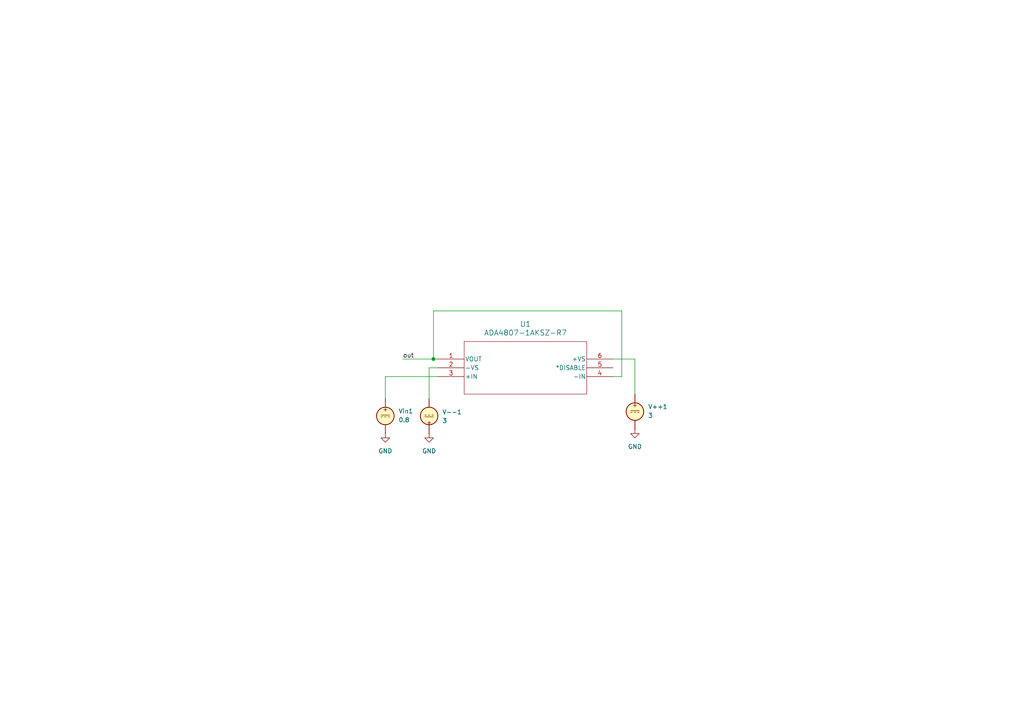
<source format=kicad_sch>
(kicad_sch (version 20231120) (generator "eeschema") (generator_version "8.0")
  (paper "A4")
  (lib_symbols
    (symbol "Opamp:ADA4807-1AKSZ-R7" (pin_names (offset 0.254))
      (property "Reference" "U" (at 25.4 10.16 0))
      (property "Value" "ADA4807-1AKSZ-R7" (at 25.4 7.62 0))
      (symbol "ADA4807-1AKSZ-R7_0_1"
        (polyline (pts (xy 7.62 -10.16) (xy 43.18 -10.16)) (stroke (width 0.127)))
        (polyline (pts (xy 7.62 5.08) (xy 7.62 -10.16)) (stroke (width 0.127)))
        (polyline (pts (xy 43.18 -10.16) (xy 43.18 5.08)) (stroke (width 0.127)))
        (polyline (pts (xy 43.18 5.08) (xy 7.62 5.08)) (stroke (width 0.127)))
        (pin power_in line (at 0 0 0) (length 7.62) (name "VOUT") (number "1"))
        (pin power_in line (at 0 -2.54 0) (length 7.62) (name "-VS") (number "2"))
        (pin input line (at 0 -5.08 0) (length 7.62) (name "+IN") (number "3"))
        (pin input line (at 50.8 -5.08 180) (length 7.62) (name "-IN") (number "4"))
        (pin unspecified line (at 50.8 -2.54 180) (length 7.62) (name "*DISABLE") (number "5"))
        (pin power_in line (at 50.8 0 180) (length 7.62) (name "+VS") (number "6"))
      )
    )
    (symbol "Simulation_SPICE:VDC" (pin_numbers hide) (pin_names (offset 0.0254))
      (property "Reference" "V" (at 2.54 2.54 0))
      (property "Value" "1" (at 2.54 0 0))
      (symbol "VDC_0_0"
        (polyline (pts (xy -1.27 0.254) (xy 1.27 0.254)))
        (polyline (pts (xy -0.762 -0.254) (xy -1.27 -0.254)))
        (polyline (pts (xy 0.254 -0.254) (xy -0.254 -0.254)))
        (polyline (pts (xy 1.27 -0.254) (xy 0.762 -0.254)))
        (text "+" (at 0 1.905 0) (effects (font (size 1.27 1.27))))
      )
      (symbol "VDC_0_1"
        (circle (center 0 0) (radius 2.54) (stroke (width 0.254)) (fill (type background)))
      )
      (symbol "VDC_1_1"
        (pin passive line (at 0 5.08 270) (length 2.54) (name "~") (number "1"))
        (pin passive line (at 0 -5.08 90) (length 2.54) (name "~") (number "2"))
      )
    )
    (symbol "power:GND" (power) (pin_numbers hide) (pin_names (offset 0) hide)
      (property "Value" "GND" (at 0 -3.81 0))
      (symbol "GND_0_1"
        (polyline (pts (xy 0 0) (xy 0 -1.27) (xy 1.27 -1.27) (xy 0 -2.54) (xy -1.27 -1.27) (xy 0 -1.27)))
      )
      (symbol "GND_1_1"
        (pin power_in line (at 0 0 270) (length 0) (name "~") (number "1"))
      )
    )
  )
  (junction (at 125.73 104.14))
  (wire (pts (xy 124.46 115.57) (xy 124.46 106.68)))
  (wire (pts (xy 180.34 109.22) (xy 177.8 109.22)))
  (wire (pts (xy 180.34 90.17) (xy 180.34 109.22)))
  (wire (pts (xy 124.46 106.68) (xy 127 106.68)))
  (wire (pts (xy 125.73 104.14) (xy 125.73 90.17)))
  (wire (pts (xy 184.15 104.14) (xy 184.15 114.3)))
  (wire (pts (xy 116.84 104.14) (xy 125.73 104.14)))
  (wire (pts (xy 111.76 109.22) (xy 127 109.22)))
  (wire (pts (xy 177.8 104.14) (xy 184.15 104.14)))
  (wire (pts (xy 111.76 109.22) (xy 111.76 115.57)))
  (wire (pts (xy 125.73 104.14) (xy 127 104.14)))
  (wire (pts (xy 125.73 90.17) (xy 180.34 90.17)))
  (label "out" (at 116.84 104.14 0))
  (symbol (lib_id "power:GND") (at 111.76 125.73 0) (unit 1)
    (property "Reference" "#PWR04" (effects (hide yes)))
    (property "Value" "GND" (at 111.76 130.81 0))
    (property "Description" "Power symbol creates a global label with name \"GND\" , ground" (effects (hide yes)))
  )
  (symbol (lib_id "Simulation_SPICE:VDC") (at 184.15 119.38 0) (unit 1)
    (property "Reference" "V++1" (at 187.96 117.9801 0) (effects (justify left)))
    (property "Value" "3" (at 187.96 120.5201 0) (effects (justify left)))
    (property "Datasheet" "https://ngspice.sourceforge.io/docs/ngspice-html-manual/manual.xhtml#sec_Independent_Sources_for" (effects (hide yes)))
    (property "Description" "Voltage source, DC" (effects (hide yes)))
    (property "Sim.Pins" "1=+ 2=-" (effects (hide yes)))
    (property "Sim.Type" "DC" (effects (hide yes)))
    (property "Sim.Device" "V" (effects (hide yes)))
  )
  (symbol (lib_id "Simulation_SPICE:VDC") (at 124.46 120.65 180) (unit 1)
    (property "Reference" "V--1" (at 128.27 119.5097 0) (effects (justify right)))
    (property "Value" "3" (at 128.27 122.0497 0) (effects (justify right)))
    (property "Datasheet" "https://ngspice.sourceforge.io/docs/ngspice-html-manual/manual.xhtml#sec_Independent_Sources_for" (effects (hide yes)))
    (property "Description" "Voltage source, DC" (effects (hide yes)))
    (property "Sim.Pins" "1=+ 2=-" (effects (hide yes)))
    (property "Sim.Type" "DC" (effects (hide yes)))
    (property "Sim.Device" "V" (effects (hide yes)))
  )
  (symbol (lib_id "Simulation_SPICE:VDC") (at 111.76 120.65 0) (unit 1)
    (property "Reference" "Vin1" (at 115.57 119.2501 0) (effects (justify left)))
    (property "Value" "0.8" (at 115.57 121.7901 0) (effects (justify left)))
    (property "Datasheet" "https://ngspice.sourceforge.io/docs/ngspice-html-manual/manual.xhtml#sec_Independent_Sources_for" (effects (hide yes)))
    (property "Description" "Voltage source, DC" (effects (hide yes)))
    (property "Sim.Pins" "1=+ 2=-" (effects (hide yes)))
    (property "Sim.Type" "DC" (effects (hide yes)))
    (property "Sim.Device" "V" (effects (hide yes)))
  )
  (symbol (lib_id "power:GND") (at 124.46 125.73 0) (unit 1)
    (property "Reference" "#PWR01" (effects (hide yes)))
    (property "Value" "GND" (at 124.46 130.81 0))
    (property "Description" "Power symbol creates a global label with name \"GND\" , ground" (effects (hide yes)))
  )
  (symbol (lib_id "Opamp:ADA4807-1AKSZ-R7") (at 127 104.14 0) (unit 1)
    (property "Reference" "U1" (at 152.4 93.98 0) (effects (font (size 1.524 1.524))))
    (property "Value" "ADA4807-1AKSZ-R7" (at 152.4 96.52 0) (effects (font (size 1.524 1.524))))
    (property "Footprint" "KS-6_ADI" (effects (hide yes)))
    (property "Datasheet" "ADA4807-1AKSZ-R7" (effects (hide yes)))
    (property "Sim.Library" "/home/maxwell/github-repos/sp-24-EE628/6_Test/2_PCB/test_board_1/TestBoardEDA/models/ADA4807.cir" (effects (hide yes)))
    (property "Sim.Name" "ADA4807" (effects (hide yes)))
    (property "Sim.Device" "SUBCKT" (effects (hide yes)))
    (property "Sim.Pins" "1=100 2=101 3=102 4=103 6=104 6=106" (effects (hide yes)))
  )
  (symbol (lib_id "power:GND") (at 184.15 124.46 0) (unit 1)
    (property "Reference" "#PWR02" (effects (hide yes)))
    (property "Value" "GND" (at 184.15 129.54 0))
    (property "Description" "Power symbol creates a global label with name \"GND\" , ground" (effects (hide yes)))
  )
)
</source>
